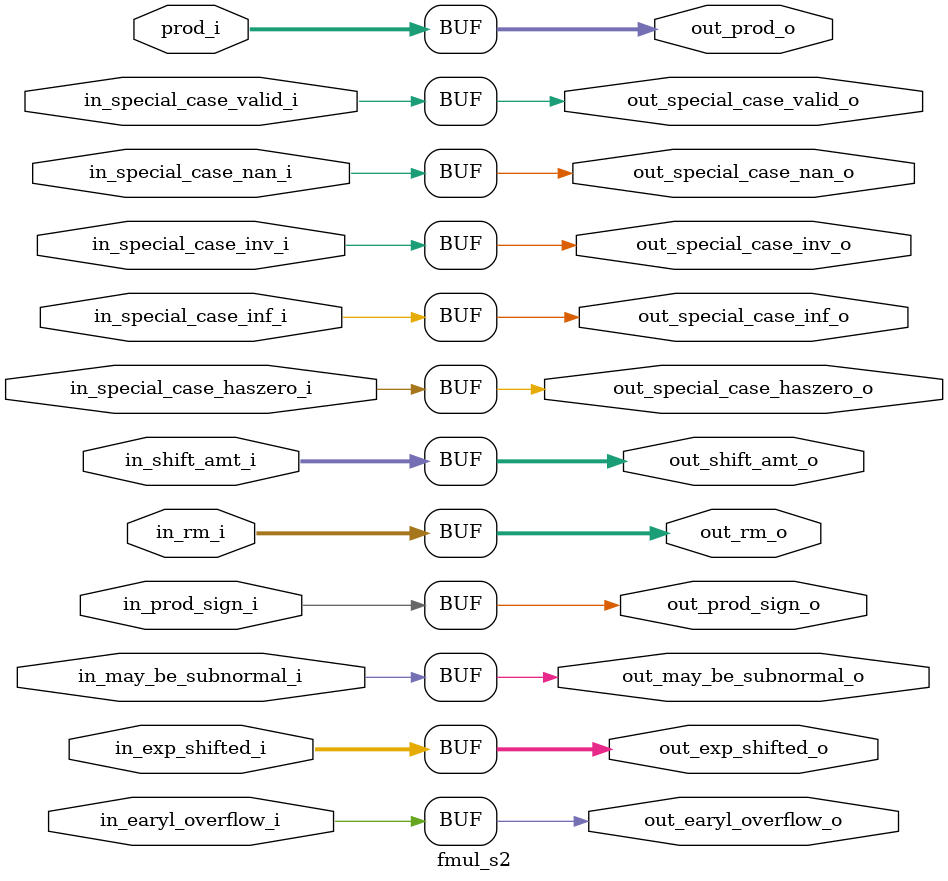
<source format=v>
/*
 * Copyright (c) 2023-2024 C*Core Technology Co.,Ltd,Suzhou.
 * Ventus-RTL is licensed under Mulan PSL v2.
 * You can use this software according to the terms and conditions of the Mulan PSL v2.
 * You may obtain a copy of Mulan PSL v2 at:
 *          http://license.coscl.org.cn/MulanPSL2
 * THIS SOFTWARE IS PROVIDED ON AN "AS IS" BASIS, WITHOUT WARRANTIES OF ANY KIND,
 * EITHER EXPRESS OR IMPLIED, INCLUDING BUT NOT LIMITED TO NON-INFRINGEMENT,
 * MERCHANTABILITY OR FIT FOR A PARTICULAR PURPOSE.
 * See the Mulan PSL v2 for more details. */
// Author: Tan, Zhiyuan
// Description:

`timescale 1ns/1ns

module fmul_s2 #(
  parameter EXPWIDTH  = 8,
  parameter PRECISION = 24
)(
  input                           in_special_case_valid_i   ,
  input                           in_special_case_nan_i     ,
  input                           in_special_case_inf_i     ,
  input                           in_special_case_inv_i     ,
  input                           in_special_case_haszero_i ,
  input                           in_earyl_overflow_i       ,
  input                           in_prod_sign_i            ,
  input  [EXPWIDTH:0]             in_shift_amt_i            ,
  input  [EXPWIDTH:0]             in_exp_shifted_i          ,
  input                           in_may_be_subnormal_i     ,
  input  [2:0]                    in_rm_i                   ,
  input  [PRECISION*2-1:0]        prod_i                    ,
  output                          out_special_case_valid_o  ,
  output                          out_special_case_nan_o    ,
  output                          out_special_case_inf_o    ,
  output                          out_special_case_inv_o    ,
  output                          out_special_case_haszero_o,
  output                          out_earyl_overflow_o      ,
  output [PRECISION*2-1:0]        out_prod_o                ,
  output                          out_prod_sign_o           ,
  output [EXPWIDTH:0]             out_shift_amt_o           ,
  output [EXPWIDTH:0]             out_exp_shifted_o         ,
  output                          out_may_be_subnormal_o    ,
  output [2:0]                    out_rm_o                  
);


  assign out_special_case_valid_o   = in_special_case_valid_i  ;
  assign out_special_case_nan_o     = in_special_case_nan_i    ;
  assign out_special_case_inf_o     = in_special_case_inf_i    ;
  assign out_special_case_inv_o     = in_special_case_inv_i    ;
  assign out_special_case_haszero_o = in_special_case_haszero_i;
  assign out_earyl_overflow_o       = in_earyl_overflow_i      ;
  assign out_prod_sign_o            = in_prod_sign_i           ;
  assign out_shift_amt_o            = in_shift_amt_i           ;
  assign out_exp_shifted_o          = in_exp_shifted_i         ;
  assign out_may_be_subnormal_o     = in_may_be_subnormal_i    ;
  assign out_rm_o                   = in_rm_i                  ;
  assign out_prod_o                 = prod_i                   ;

endmodule


</source>
